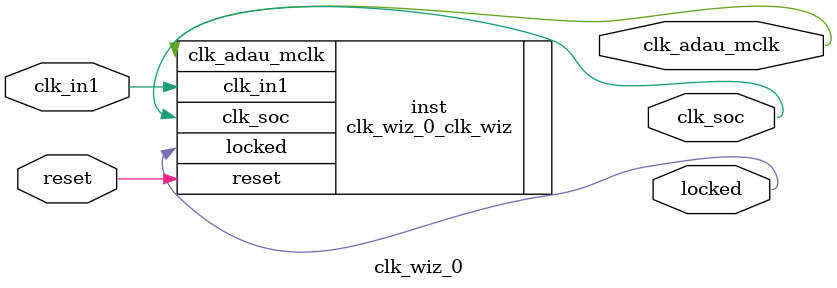
<source format=v>


`timescale 1ps/1ps

(* CORE_GENERATION_INFO = "clk_wiz_0,clk_wiz_v6_0_1_0_0,{component_name=clk_wiz_0,use_phase_alignment=true,use_min_o_jitter=false,use_max_i_jitter=false,use_dyn_phase_shift=false,use_inclk_switchover=false,use_dyn_reconfig=false,enable_axi=0,feedback_source=FDBK_AUTO,PRIMITIVE=MMCM,num_out_clk=2,clkin1_period=10.000,clkin2_period=10.000,use_power_down=false,use_reset=true,use_locked=true,use_inclk_stopped=false,feedback_type=SINGLE,CLOCK_MGR_TYPE=NA,manual_override=false}" *)

module clk_wiz_0 
 (
  // Clock out ports
  output        clk_soc,
  output        clk_adau_mclk,
  // Status and control signals
  input         reset,
  output        locked,
 // Clock in ports
  input         clk_in1
 );

  clk_wiz_0_clk_wiz inst
  (
  // Clock out ports  
  .clk_soc(clk_soc),
  .clk_adau_mclk(clk_adau_mclk),
  // Status and control signals               
  .reset(reset), 
  .locked(locked),
 // Clock in ports
  .clk_in1(clk_in1)
  );

endmodule

</source>
